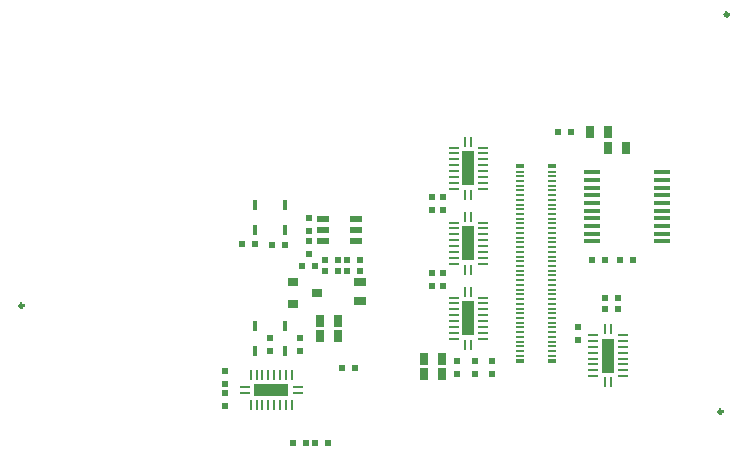
<source format=gbp>
G04*
G04 #@! TF.GenerationSoftware,Altium Limited,Altium Designer,21.7.2 (23)*
G04*
G04 Layer_Color=128*
%FSAX44Y44*%
%MOMM*%
G71*
G04*
G04 #@! TF.SameCoordinates,B5B927FB-FC6E-4532-AB5B-D5DFAA1904DE*
G04*
G04*
G04 #@! TF.FilePolarity,Positive*
G04*
G01*
G75*
%ADD17C,0.3000*%
%ADD18R,0.9000X0.8000*%
%ADD30R,0.6500X1.0000*%
%ADD31R,1.0000X0.6500*%
%ADD36R,0.9000X0.2500*%
%ADD37R,0.2500X0.9000*%
%ADD38R,1.0000X3.0000*%
%ADD39R,0.6000X0.5000*%
%ADD40R,0.5000X0.6000*%
%ADD86R,1.0000X0.6000*%
%ADD87R,0.6600X0.2300*%
%ADD88R,0.6600X0.3500*%
%ADD89R,0.4500X0.9500*%
%ADD90R,1.4000X0.4000*%
%ADD91R,3.0000X1.0000*%
D17*
X01025000Y00980600D02*
G03*
X01025000Y00980600I-00001500J00000000D01*
G01*
X01019750Y00644350D02*
G03*
X01019750Y00644350I-00001500J00000000D01*
G01*
X00427750Y00734100D02*
G03*
X00427750Y00734100I-00001500J00000000D01*
G01*
D18*
X00656250Y00735100D02*
D03*
Y00754100D02*
D03*
X00676250Y00744600D02*
D03*
D30*
X00907500Y00880850D02*
D03*
X00923000D02*
D03*
X00678750Y00708100D02*
D03*
X00694250D02*
D03*
X00678750Y00721100D02*
D03*
X00694250D02*
D03*
X00782500Y00676100D02*
D03*
X00767000D02*
D03*
X00782500Y00688850D02*
D03*
X00767000D02*
D03*
X00923000Y00867850D02*
D03*
X00938500D02*
D03*
D31*
X00712750Y00738350D02*
D03*
Y00753850D02*
D03*
D36*
X00615350Y00664930D02*
D03*
Y00659930D02*
D03*
X00660350D02*
D03*
Y00664930D02*
D03*
X00817250Y00769350D02*
D03*
Y00832850D02*
D03*
Y00837850D02*
D03*
Y00842850D02*
D03*
Y00847850D02*
D03*
Y00852850D02*
D03*
Y00857850D02*
D03*
Y00862850D02*
D03*
Y00867850D02*
D03*
X00792250D02*
D03*
Y00862850D02*
D03*
Y00857850D02*
D03*
Y00852850D02*
D03*
Y00847850D02*
D03*
Y00842850D02*
D03*
Y00837850D02*
D03*
Y00832850D02*
D03*
X00817250Y00774350D02*
D03*
Y00779350D02*
D03*
Y00784350D02*
D03*
Y00789350D02*
D03*
Y00794350D02*
D03*
Y00799350D02*
D03*
Y00804350D02*
D03*
X00792250D02*
D03*
Y00799350D02*
D03*
Y00794350D02*
D03*
Y00789350D02*
D03*
Y00784350D02*
D03*
Y00779350D02*
D03*
Y00774350D02*
D03*
Y00769350D02*
D03*
X00817250Y00705850D02*
D03*
Y00710850D02*
D03*
Y00715850D02*
D03*
Y00720850D02*
D03*
Y00725850D02*
D03*
Y00730850D02*
D03*
Y00735850D02*
D03*
Y00740850D02*
D03*
X00792250D02*
D03*
Y00735850D02*
D03*
Y00730850D02*
D03*
Y00725850D02*
D03*
Y00720850D02*
D03*
Y00715850D02*
D03*
Y00710850D02*
D03*
Y00705850D02*
D03*
X00935570Y00709250D02*
D03*
Y00704250D02*
D03*
Y00699250D02*
D03*
Y00694250D02*
D03*
Y00689250D02*
D03*
Y00684250D02*
D03*
Y00679250D02*
D03*
Y00674250D02*
D03*
X00910570D02*
D03*
Y00679250D02*
D03*
Y00684250D02*
D03*
Y00689250D02*
D03*
Y00694250D02*
D03*
Y00699250D02*
D03*
Y00704250D02*
D03*
Y00709250D02*
D03*
D37*
X00620350Y00649930D02*
D03*
X00625350D02*
D03*
X00630350D02*
D03*
X00635350D02*
D03*
X00640350D02*
D03*
X00645350D02*
D03*
X00650350D02*
D03*
X00655350D02*
D03*
Y00674930D02*
D03*
X00650350D02*
D03*
X00645350D02*
D03*
X00640350D02*
D03*
X00635350D02*
D03*
X00630350D02*
D03*
X00625350D02*
D03*
X00620350D02*
D03*
X00807250Y00764350D02*
D03*
X00802250Y00827850D02*
D03*
X00807250D02*
D03*
Y00872850D02*
D03*
X00802250D02*
D03*
Y00764350D02*
D03*
X00807250Y00809350D02*
D03*
X00802250D02*
D03*
Y00700850D02*
D03*
X00807250D02*
D03*
Y00745850D02*
D03*
X00802250D02*
D03*
X00925570Y00669250D02*
D03*
X00920570D02*
D03*
Y00714250D02*
D03*
X00925570D02*
D03*
D38*
X00804750Y00850350D02*
D03*
Y00786850D02*
D03*
Y00723350D02*
D03*
X00923070Y00691750D02*
D03*
D39*
X00598250Y00678350D02*
D03*
Y00667350D02*
D03*
X00636750Y00695350D02*
D03*
Y00706350D02*
D03*
X00783000Y00761850D02*
D03*
X00774250D02*
D03*
X00897250Y00705350D02*
D03*
Y00716350D02*
D03*
X00774250Y00825850D02*
D03*
Y00814850D02*
D03*
Y00750850D02*
D03*
X00795250Y00675850D02*
D03*
Y00686850D02*
D03*
X00669750Y00808600D02*
D03*
Y00797600D02*
D03*
X00662250Y00706350D02*
D03*
Y00695350D02*
D03*
X00598250Y00648850D02*
D03*
Y00659850D02*
D03*
X00783000Y00814850D02*
D03*
Y00825850D02*
D03*
Y00750850D02*
D03*
X00810000Y00686850D02*
D03*
Y00675850D02*
D03*
X00824750D02*
D03*
Y00686850D02*
D03*
X00669750Y00788600D02*
D03*
Y00777600D02*
D03*
D40*
X00708750Y00681100D02*
D03*
X00697750D02*
D03*
X00880250Y00880850D02*
D03*
X00891250D02*
D03*
X00667250Y00618100D02*
D03*
X00656250D02*
D03*
X00686250D02*
D03*
X00675250D02*
D03*
X00694000Y00763600D02*
D03*
X00683000D02*
D03*
X00663500Y00767600D02*
D03*
X00674500D02*
D03*
X00712750Y00763600D02*
D03*
X00701750D02*
D03*
X00683000Y00772600D02*
D03*
X00694000D02*
D03*
X00931500Y00740350D02*
D03*
X00920500D02*
D03*
X00933500Y00772850D02*
D03*
X00944500D02*
D03*
X00701750Y00772600D02*
D03*
X00712750D02*
D03*
X00638500Y00785600D02*
D03*
X00649500D02*
D03*
X00613000Y00785850D02*
D03*
X00624000D02*
D03*
X00920500Y00731350D02*
D03*
X00931500D02*
D03*
X00920500Y00772850D02*
D03*
X00909500D02*
D03*
D86*
X00709480Y00798240D02*
D03*
X00681980Y00788740D02*
D03*
Y00798240D02*
D03*
Y00807740D02*
D03*
X00709480D02*
D03*
Y00788740D02*
D03*
D87*
X00875300Y00843600D02*
D03*
X00848200D02*
D03*
X00875300Y00847600D02*
D03*
X00848200Y00839600D02*
D03*
X00875300D02*
D03*
X00848200Y00835600D02*
D03*
X00875300D02*
D03*
X00848200Y00831600D02*
D03*
X00875300D02*
D03*
Y00815600D02*
D03*
X00848200D02*
D03*
X00875300Y00819600D02*
D03*
X00848200D02*
D03*
X00875300Y00823600D02*
D03*
X00848200D02*
D03*
Y00827600D02*
D03*
X00875300D02*
D03*
Y00799600D02*
D03*
X00848200D02*
D03*
X00875300Y00803600D02*
D03*
X00848200D02*
D03*
X00875300Y00807600D02*
D03*
X00848200D02*
D03*
Y00811600D02*
D03*
X00875300D02*
D03*
Y00783600D02*
D03*
X00848200D02*
D03*
X00875300Y00787600D02*
D03*
X00848200D02*
D03*
X00875300Y00791600D02*
D03*
X00848200D02*
D03*
Y00795600D02*
D03*
X00875300D02*
D03*
Y00767600D02*
D03*
X00848200D02*
D03*
X00875300Y00771600D02*
D03*
X00848200D02*
D03*
X00875300Y00775600D02*
D03*
X00848200D02*
D03*
Y00779600D02*
D03*
X00875300D02*
D03*
Y00751600D02*
D03*
X00848200D02*
D03*
X00875300Y00755600D02*
D03*
X00848200D02*
D03*
X00875300Y00759600D02*
D03*
X00848200D02*
D03*
Y00763600D02*
D03*
X00875300D02*
D03*
Y00735600D02*
D03*
X00848200D02*
D03*
X00875300Y00739600D02*
D03*
X00848200D02*
D03*
X00875300Y00743600D02*
D03*
X00848200D02*
D03*
Y00747600D02*
D03*
X00875300D02*
D03*
Y00719600D02*
D03*
X00848200D02*
D03*
X00875300Y00723600D02*
D03*
X00848200D02*
D03*
X00875300Y00727600D02*
D03*
X00848200D02*
D03*
Y00731600D02*
D03*
X00875300D02*
D03*
Y00703600D02*
D03*
Y00699600D02*
D03*
Y00695600D02*
D03*
Y00691600D02*
D03*
Y00715600D02*
D03*
Y00711600D02*
D03*
Y00707600D02*
D03*
X00848200Y00703600D02*
D03*
Y00699600D02*
D03*
Y00695600D02*
D03*
Y00691600D02*
D03*
Y00715600D02*
D03*
Y00711600D02*
D03*
Y00707600D02*
D03*
Y00847600D02*
D03*
D88*
Y00852350D02*
D03*
X00875300D02*
D03*
X00848200Y00686850D02*
D03*
X00875300D02*
D03*
D89*
X00649500Y00819350D02*
D03*
Y00797850D02*
D03*
X00624000Y00819350D02*
D03*
Y00797850D02*
D03*
X00649500Y00695350D02*
D03*
Y00716850D02*
D03*
X00624000Y00716850D02*
D03*
Y00695350D02*
D03*
D90*
X00909500Y00788350D02*
D03*
Y00794850D02*
D03*
Y00801350D02*
D03*
Y00807850D02*
D03*
Y00814350D02*
D03*
Y00820850D02*
D03*
Y00827350D02*
D03*
Y00833850D02*
D03*
Y00840350D02*
D03*
Y00846850D02*
D03*
X00968500Y00788350D02*
D03*
Y00794850D02*
D03*
Y00801350D02*
D03*
Y00807850D02*
D03*
Y00814350D02*
D03*
Y00820850D02*
D03*
Y00827350D02*
D03*
Y00833850D02*
D03*
Y00840350D02*
D03*
Y00846850D02*
D03*
D91*
X00637850Y00662430D02*
D03*
M02*

</source>
